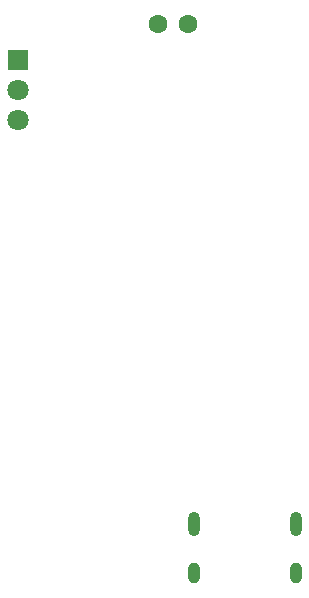
<source format=gbr>
%TF.GenerationSoftware,KiCad,Pcbnew,(6.0.0)*%
%TF.CreationDate,2022-08-07T09:38:38+08:00*%
%TF.ProjectId,ESP_Remote_Bat,4553505f-5265-46d6-9f74-655f4261742e,rev?*%
%TF.SameCoordinates,Original*%
%TF.FileFunction,Paste,Bot*%
%TF.FilePolarity,Positive*%
%FSLAX46Y46*%
G04 Gerber Fmt 4.6, Leading zero omitted, Abs format (unit mm)*
G04 Created by KiCad (PCBNEW (6.0.0)) date 2022-08-07 09:38:38*
%MOMM*%
%LPD*%
G01*
G04 APERTURE LIST*
%ADD10O,1.000000X2.100000*%
%ADD11O,1.000000X1.800000*%
%ADD12C,1.600000*%
%ADD13R,1.800000X1.800000*%
%ADD14C,1.800000*%
G04 APERTURE END LIST*
D10*
%TO.C,U1*%
X129280000Y-112352500D03*
X137920000Y-112352500D03*
D11*
X137920000Y-116532500D03*
X129280000Y-116532500D03*
%TD*%
D12*
%TO.C,IR2*%
X126230000Y-70000000D03*
X128770000Y-70000000D03*
%TD*%
D13*
%TO.C,IR1*%
X114394511Y-73060000D03*
D14*
X114394511Y-75600000D03*
X114394511Y-78140000D03*
%TD*%
M02*

</source>
